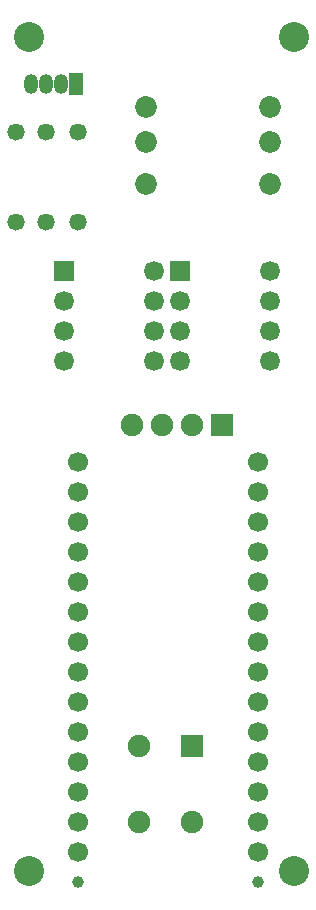
<source format=gbr>
G04 DipTrace 3.3.1.3*
G04 BottomMask.gbr*
%MOIN*%
G04 #@! TF.FileFunction,Soldermask,Bot*
G04 #@! TF.Part,Single*
%ADD16C,0.066929*%
%ADD26C,0.1*%
%ADD27C,0.039*%
%ADD35C,0.066374*%
%ADD37R,0.066374X0.066374*%
%ADD39R,0.049213X0.074803*%
%ADD41O,0.047244X0.066929*%
%ADD43C,0.057874*%
%ADD45C,0.057874*%
%ADD47C,0.072835*%
%ADD50C,0.074803*%
%ADD51R,0.074803X0.074803*%
%FSLAX26Y26*%
G04*
G70*
G90*
G75*
G01*
G04 BotMask*
%LPD*%
D26*
X1374951Y3274950D3*
D27*
X656202Y456201D3*
X1256202D3*
D26*
X493703Y3274950D3*
X493711Y493720D3*
X1374951Y493701D3*
D51*
X1137451Y1981201D3*
D50*
X1037451D3*
X937451D3*
X837451D3*
D16*
X656202Y556202D3*
Y656202D3*
Y756201D3*
Y856202D3*
Y956202D3*
Y1056201D3*
Y1156202D3*
Y1256202D3*
Y1356201D3*
Y1456202D3*
Y1556202D3*
Y1656201D3*
X1256202Y556202D3*
Y656202D3*
Y756201D3*
Y856202D3*
Y956202D3*
Y1056201D3*
Y1156202D3*
Y1256202D3*
Y1356201D3*
Y1456202D3*
Y1556202D3*
Y1656201D3*
X656202Y1756202D3*
Y1856202D3*
X1256202Y1756202D3*
Y1856202D3*
D47*
X881113Y3041555D3*
X1294507Y3041570D3*
Y2785664D3*
X881113Y2785650D3*
X1294499Y2923445D3*
X881121Y2923459D3*
D45*
X656322Y2957110D3*
D43*
Y2657110D3*
D45*
X549953Y2956201D3*
D43*
Y2656201D3*
D45*
X449951Y2956201D3*
D43*
Y2656201D3*
D41*
X499952Y3118699D3*
X599952D3*
D39*
X649952D3*
D41*
X549952D3*
D51*
X1037451Y912450D3*
D50*
X860286D3*
Y656545D3*
X1037451D3*
D37*
X996888Y2496123D3*
D35*
Y2396123D3*
Y2296123D3*
Y2196123D3*
X1296888D3*
Y2296123D3*
Y2396123D3*
Y2496123D3*
D37*
X609399D3*
D35*
Y2396123D3*
Y2296123D3*
Y2196123D3*
X909399D3*
Y2296123D3*
Y2396123D3*
Y2496123D3*
M02*

</source>
